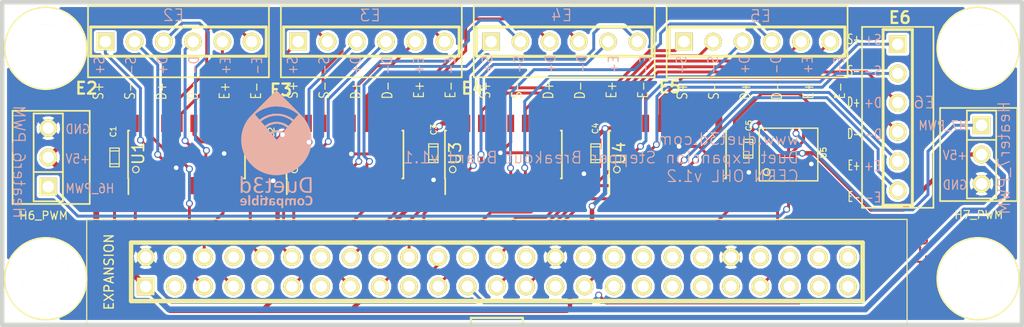
<source format=kicad_pcb>
(kicad_pcb (version 4) (host pcbnew 4.0.7)
  (title_block (title "Expansion Breakout") (date 2016-09-29) (rev 1.1) (company "Escher3D, Think3DPrint3D"))
  (layers (0 Front mixed) (31 Back power hide) (35 F.Paste user) (36 B.SilkS user) (37 F.SilkS user) (38 B.Mask user) (39 F.Mask user) (44 Edge.Cuts user))
  (net 0 "")
  (net 1 +3.3V)
  (net 2 +5V)
  (net 3 E2_DIR)
  (net 4 E2_EN)
  (net 5 E2_STEP)
  (net 6 E3_DIR)
  (net 7 E3_EN)
  (net 8 E3_STEP)
  (net 9 E4_DIR)
  (net 10 E4_EN)
  (net 11 E4_STEP)
  (net 12 E5_DIR)
  (net 13 E5_EN)
  (net 14 E5_STEP)
  (net 15 E6_DIR)
  (net 16 E6_EN)
  (net 17 E6_STEP)
  (net 18 GND)
  (net 19 E2_S_OUT_Y)
  (net 20 E2_D_OUT_Y)
  (net 21 E2_E_OUT_Y)
  (net 22 E3_S_OUT_Y)
  (net 23 E3_D_OUT_Y)
  (net 24 E3_E_OUT_Y)
  (net 25 E4_S_OUT_Y)
  (net 26 E4_D_OUT_Y)
  (net 27 E4_E_OUT_Y)
  (net 28 E5_S_OUT_Y)
  (net 29 E5_D_OUT_Y)
  (net 30 E5_E_OUT_Y)
  (net 31 E6_S_OUT_Y)
  (net 32 E6_D_OUT_Y)
  (net 33 E6_E_OUT_Y)
  (net 34 E2_S_OUT_Z)
  (net 35 E2_D_OUT_Z)
  (net 36 E2_E_OUT_Z)
  (net 37 E3_S_OUT_Z)
  (net 38 E3_D_OUT_Z)
  (net 39 E3_E_OUT_Z)
  (net 40 E4_S_OUT_Z)
  (net 41 E4_D_OUT_Z)
  (net 42 E4_E_OUT_Z)
  (net 43 E5_S_OUT_Z)
  (net 44 E5_D_OUT_Z)
  (net 45 E5_E_OUT_Z)
  (net 46 E6_S_OUT_Z)
  (net 47 E6_D_OUT_Z)
  (net 48 E6_E_OUT_Z)
  (net 49 HEATER6)
  (net 50 HEATER7)
  (net 51 "Net-(U5-Pad1)")
  (net 52 HEATER7_PWM)
  (net 53 HEATER6_PWM)
  (module complib:SOIC-16_3.9x9.9mm_Pitch1.27mm (layer Front) (at 93.75 117.19 90)
    (fp_text reference U3 (at 0.1 -4.19 90) (layer F.SilkS))
    (fp_text value 75ALS192 hide)
    (pad 1 smd rect (at -2.7 -4.445 90) (size 1.5 0.6) (layers Front F.Paste F.Mask) (net 10 E4_EN))
    (pad 2 smd rect (at -2.7 -3.175 90) (size 1.5 0.6) (layers Front F.Paste F.Mask) (net 27 E4_E_OUT_Y))
    (pad 3 smd rect (at -2.7 -1.905 90) (size 1.5 0.6) (layers Front F.Paste F.Mask) (net 42 E4_E_OUT_Z))
    (pad 4 smd rect (at -2.7 -0.635 90) (size 1.5 0.6) (layers Front F.Paste F.Mask) (net 18 GND))
    (pad 5 smd rect (at -2.7 0.635 90) (size 1.5 0.6) (layers Front F.Paste F.Mask) (net 44 E5_D_OUT_Z))
    (pad 6 smd rect (at -2.7 1.905 90) (size 1.5 0.6) (layers Front F.Paste F.Mask) (net 29 E5_D_OUT_Y))
    (pad 7 smd rect (at -2.7 3.175 90) (size 1.5 0.6) (layers Front F.Paste F.Mask) (net 12 E5_DIR))
    (pad 8 smd rect (at -2.7 4.445 90) (size 1.5 0.6) (layers Front F.Paste F.Mask) (net 18 GND))
    (pad 9 smd rect (at 2.7 4.445 90) (size 1.5 0.6) (layers Front F.Paste F.Mask) (net 13 E5_EN))
    (pad 10 smd rect (at 2.7 3.175 90) (size 1.5 0.6) (layers Front F.Paste F.Mask) (net 30 E5_E_OUT_Y))
    (pad 11 smd rect (at 2.7 1.905 90) (size 1.5 0.6) (layers Front F.Paste F.Mask) (net 45 E5_E_OUT_Z))
    (pad 12 smd rect (at 2.7 0.635 90) (size 1.5 0.6) (layers Front F.Paste F.Mask) (net 18 GND))
    (pad 13 smd rect (at 2.7 -0.635 90) (size 1.5 0.6) (layers Front F.Paste F.Mask) (net 43 E5_S_OUT_Z))
    (pad 14 smd rect (at 2.7 -1.905 90) (size 1.5 0.6) (layers Front F.Paste F.Mask) (net 28 E5_S_OUT_Y))
    (pad 15 smd rect (at 2.7 -3.175 90) (size 1.5 0.6) (layers Front F.Paste F.Mask) (net 14 E5_STEP))
    (pad 16 smd rect (at 2.7 -4.445 90) (size 1.5 0.6) (layers Front F.Paste F.Mask) (net 2 +5V))
  )
  (module complib:C_0603 (layer Front) (at 115 116.69 90)
    (fp_text reference C5 (at 2.01 0.06 90) (layer F.SilkS) (effects (font (size 0.5 0.5) (thickness 0.09))))
    (fp_text value 0u1 hide)
    (pad 1 smd rect (at 0.8001 0 90) (size 0.94996 1.00076) (layers Front F.Paste F.Mask) (net 2 +5V))
    (pad 2 smd rect (at -0.8001 0 90) (size 0.94996 1.00076) (layers Front F.Paste F.Mask) (net 18 GND))
  )
  (module complib:C_0603 (layer Front) (at 101.75 117.08 90)
    (fp_text reference C4 (at 2.155 -0.02 90) (layer F.SilkS) (effects (font (size 0.5 0.5) (thickness 0.09))))
    (fp_text value 0u1 hide)
    (pad 1 smd rect (at 0.8001 0 90) (size 0.94996 1.00076) (layers Front F.Paste F.Mask) (net 2 +5V))
    (pad 2 smd rect (at -0.8001 0 90) (size 0.94996 1.00076) (layers Front F.Paste F.Mask) (net 18 GND))
  )
  (module complib:C_0603 (layer Front) (at 87.67 117.08 90)
    (fp_text reference C3 (at 2.05 0.03 90) (layer F.SilkS) (effects (font (size 0.5 0.5) (thickness 0.09))))
    (fp_text value 0u1 hide)
    (pad 1 smd rect (at 0.8001 0 90) (size 0.94996 1.00076) (layers Front F.Paste F.Mask) (net 2 +5V))
    (pad 2 smd rect (at -0.8001 0 90) (size 0.94996 1.00076) (layers Front F.Paste F.Mask) (net 18 GND))
  )
  (module complib:C_0603 (layer Front) (at 73.75 117.44 90)
    (fp_text reference C2 (at 2.15 -0.14 90) (layer F.SilkS) (effects (font (size 0.5 0.5) (thickness 0.09))))
    (fp_text value 0u1 hide)
    (pad 1 smd rect (at 0.8001 0 90) (size 0.94996 1.00076) (layers Front F.Paste F.Mask) (net 2 +5V))
    (pad 2 smd rect (at -0.8001 0 90) (size 0.94996 1.00076) (layers Front F.Paste F.Mask) (net 18 GND))
  )
  (module complib:C_0603 (layer Front) (at 60 117.44 90)
    (fp_text reference C1 (at 2.23 -0.11 90) (layer F.SilkS) (effects (font (size 0.5 0.5) (thickness 0.09))))
    (fp_text value 0u1 hide)
    (pad 1 smd rect (at 0.8001 0 90) (size 0.94996 1.00076) (layers Front F.Paste F.Mask) (net 2 +5V))
    (pad 2 smd rect (at -0.8001 0 90) (size 0.94996 1.00076) (layers Front F.Paste F.Mask) (net 18 GND))
  )
  (module "FE Footprints:TSSOP-14" (layer Front) (at 118.5 117.19)
    (fp_text reference U5 (at 3.035 -0.1584 90) (layer F.SilkS) (effects (font (size 0.50038 0.50038) (thickness 0.09906))))
    (fp_text value 74HCT02 hide)
    (pad 4 smd rect (at 0 2.79908) (size 0.368 1.47066) (layers Front F.Paste F.Mask) (net 53 HEATER6_PWM))
    (pad 5 smd rect (at 0.65024 2.79908) (size 0.368 1.47066) (layers Front F.Paste F.Mask) (net 49 HEATER6))
    (pad 6 smd rect (at 1.30048 2.79908) (size 0.368 1.47066) (layers Front F.Paste F.Mask) (net 51 "Net-(U5-Pad1)"))
    (pad 7 smd rect (at 1.95072 2.79908) (size 0.368 1.47066) (layers Front F.Paste F.Mask) (net 18 GND))
    (pad 8 smd rect (at 1.95072 -2.79908) (size 0.368 1.47066) (layers Front F.Paste F.Mask) (net 50 HEATER7))
    (pad 1 smd rect (at -1.95072 2.79908) (size 0.368 1.47066) (layers Front F.Paste F.Mask) (net 51 "Net-(U5-Pad1)"))
    (pad 2 smd rect (at -1.30048 2.79908) (size 0.368 1.47066) (layers Front F.Paste F.Mask) (net 1 +3.3V))
    (pad 3 smd rect (at -0.65024 2.79908) (size 0.368 1.47066) (layers Front F.Paste F.Mask) (net 1 +3.3V))
    (pad 9 smd rect (at 1.30048 -2.79908) (size 0.368 1.47066) (layers Front F.Paste F.Mask) (net 51 "Net-(U5-Pad1)"))
    (pad 10 smd rect (at 0.65024 -2.79908) (size 0.368 1.47066) (layers Front F.Paste F.Mask) (net 52 HEATER7_PWM))
    (pad 11 smd rect (at 0 -2.79908) (size 0.368 1.47066) (layers Front F.Paste F.Mask) (net 51 "Net-(U5-Pad1)"))
    (pad 12 smd rect (at -0.65024 -2.79908) (size 0.368 1.47066) (layers Front F.Paste F.Mask) (net 51 "Net-(U5-Pad1)"))
    (pad 13 smd rect (at -1.30048 -2.79908) (size 0.368 1.47066) (layers Front F.Paste F.Mask))
    (pad 14 smd rect (at -1.95072 -2.79908) (size 0.368 1.47066) (layers Front F.Paste F.Mask) (net 2 +5V))
  )
  (module complib:PIN_ARRAY_3X1 (layer Front) (at 135.25 117.19 270)
    (fp_text reference P7 hide)
    (fp_text value H7_PWM (at 5.24 0.24 360) (layer F.SilkS) (effects (font (size 0.7 0.7) (thickness 0.1))))
    (pad 1 thru_hole rect (at -2.54 0 270) (size 1.524 1.524) (drill 1) (layers *.Cu *.Mask F.SilkS) (net 52 HEATER7_PWM))
    (pad 2 thru_hole circle (at 0 0 270) (size 1.524 1.524) (drill 1) (layers *.Cu *.Mask F.SilkS) (net 2 +5V))
    (pad 3 thru_hole circle (at 2.54 0 270) (size 1.524 1.524) (drill 1) (layers *.Cu *.Mask F.SilkS) (net 18 GND))
  )
  (module complib:PIN_ARRAY_3X1 (layer Front) (at 54.25 117.44 90)
    (fp_text reference P6 hide)
    (fp_text value H6_PWM (at -5.05 -0.41 180) (layer F.SilkS) (effects (font (size 0.7 0.7) (thickness 0.1))))
    (pad 1 thru_hole rect (at -2.54 0 90) (size 1.524 1.524) (drill 1) (layers *.Cu *.Mask F.SilkS) (net 53 HEATER6_PWM))
    (pad 2 thru_hole circle (at 0 0 90) (size 1.524 1.524) (drill 1) (layers *.Cu *.Mask F.SilkS) (net 2 +5V))
    (pad 3 thru_hole circle (at 2.54 0 90) (size 1.524 1.524) (drill 1) (layers *.Cu *.Mask F.SilkS) (net 18 GND))
  )
  (module complib:PIN_ARRAY_6x1 (layer Front) (at 127.975 113.965 270)
    (fp_text reference P5 hide)
    (fp_text value E6 (at -8.655 -0.185 540) (layer F.SilkS) (effects (font (size 1.016 1.016) (thickness 0.2032))))
    (pad 1 thru_hole rect (at -6.35 0 270) (size 1.524 1.524) (drill 1) (layers *.Cu *.Mask F.SilkS) (net 31 E6_S_OUT_Y))
    (pad 2 thru_hole circle (at -3.81 0 270) (size 1.524 1.524) (drill 1) (layers *.Cu *.Mask F.SilkS) (net 46 E6_S_OUT_Z))
    (pad 3 thru_hole circle (at -1.27 0 270) (size 1.524 1.524) (drill 1) (layers *.Cu *.Mask F.SilkS) (net 32 E6_D_OUT_Y))
    (pad 4 thru_hole circle (at 1.27 0 270) (size 1.524 1.524) (drill 1) (layers *.Cu *.Mask F.SilkS) (net 47 E6_D_OUT_Z))
    (pad 5 thru_hole circle (at 3.81 0 270) (size 1.524 1.524) (drill 1) (layers *.Cu *.Mask F.SilkS) (net 48 E6_E_OUT_Z))
    (pad 6 thru_hole circle (at 6.35 0 270) (size 1.524 1.524) (drill 1) (layers *.Cu *.Mask F.SilkS) (net 33 E6_E_OUT_Y))
  )
  (module complib:PIN_ARRAY_6x1 (layer Front) (at 115.77 107.39)
    (fp_text reference P4 hide)
    (fp_text value E5 (at -7.57 3.94 180) (layer F.SilkS) (effects (font (size 1.016 1.016) (thickness 0.2032))))
    (pad 1 thru_hole rect (at -6.35 0) (size 1.524 1.524) (drill 1) (layers *.Cu *.Mask F.SilkS) (net 28 E5_S_OUT_Y))
    (pad 2 thru_hole circle (at -3.81 0) (size 1.524 1.524) (drill 1) (layers *.Cu *.Mask F.SilkS) (net 43 E5_S_OUT_Z))
    (pad 3 thru_hole circle (at -1.27 0) (size 1.524 1.524) (drill 1) (layers *.Cu *.Mask F.SilkS) (net 29 E5_D_OUT_Y))
    (pad 4 thru_hole circle (at 1.27 0) (size 1.524 1.524) (drill 1) (layers *.Cu *.Mask F.SilkS) (net 44 E5_D_OUT_Z))
    (pad 5 thru_hole circle (at 3.81 0) (size 1.524 1.524) (drill 1) (layers *.Cu *.Mask F.SilkS) (net 45 E5_E_OUT_Z))
    (pad 6 thru_hole circle (at 6.35 0) (size 1.524 1.524) (drill 1) (layers *.Cu *.Mask F.SilkS) (net 30 E5_E_OUT_Y))
  )
  (module complib:PIN_ARRAY_6x1 (layer Front) (at 99.03 107.39)
    (fp_text reference P3 hide)
    (fp_text value E4 (at -7.97 4.05 180) (layer F.SilkS) (effects (font (size 1.016 1.016) (thickness 0.2032))))
    (pad 1 thru_hole rect (at -6.35 0) (size 1.524 1.524) (drill 1) (layers *.Cu *.Mask F.SilkS) (net 25 E4_S_OUT_Y))
    (pad 2 thru_hole circle (at -3.81 0) (size 1.524 1.524) (drill 1) (layers *.Cu *.Mask F.SilkS) (net 40 E4_S_OUT_Z))
    (pad 3 thru_hole circle (at -1.27 0) (size 1.524 1.524) (drill 1) (layers *.Cu *.Mask F.SilkS) (net 26 E4_D_OUT_Y))
    (pad 4 thru_hole circle (at 1.27 0) (size 1.524 1.524) (drill 1) (layers *.Cu *.Mask F.SilkS) (net 41 E4_D_OUT_Z))
    (pad 5 thru_hole circle (at 3.81 0) (size 1.524 1.524) (drill 1) (layers *.Cu *.Mask F.SilkS) (net 42 E4_E_OUT_Z))
    (pad 6 thru_hole circle (at 6.35 0) (size 1.524 1.524) (drill 1) (layers *.Cu *.Mask F.SilkS) (net 27 E4_E_OUT_Y))
  )
  (module complib:PIN_ARRAY_6x1 (layer Front) (at 82.29 107.39)
    (fp_text reference P2 hide)
    (fp_text value E3 (at -7.84 4.2 180) (layer F.SilkS) (effects (font (size 1.016 1.016) (thickness 0.2032))))
    (pad 1 thru_hole rect (at -6.35 0) (size 1.524 1.524) (drill 1) (layers *.Cu *.Mask F.SilkS) (net 22 E3_S_OUT_Y))
    (pad 2 thru_hole circle (at -3.81 0) (size 1.524 1.524) (drill 1) (layers *.Cu *.Mask F.SilkS) (net 37 E3_S_OUT_Z))
    (pad 3 thru_hole circle (at -1.27 0) (size 1.524 1.524) (drill 1) (layers *.Cu *.Mask F.SilkS) (net 23 E3_D_OUT_Y))
    (pad 4 thru_hole circle (at 1.27 0) (size 1.524 1.524) (drill 1) (layers *.Cu *.Mask F.SilkS) (net 38 E3_D_OUT_Z))
    (pad 5 thru_hole circle (at 3.81 0) (size 1.524 1.524) (drill 1) (layers *.Cu *.Mask F.SilkS) (net 39 E3_E_OUT_Z))
    (pad 6 thru_hole circle (at 6.35 0) (size 1.524 1.524) (drill 1) (layers *.Cu *.Mask F.SilkS) (net 24 E3_E_OUT_Y))
  )
  (module complib:PIN_ARRAY_6x1 (layer Front) (at 65.55 107.39)
    (fp_text reference P1 hide)
    (fp_text value E2 (at -7.98 4.05 180) (layer F.SilkS) (effects (font (size 1.016 1.016) (thickness 0.2032))))
    (pad 1 thru_hole rect (at -6.35 0) (size 1.524 1.524) (drill 1) (layers *.Cu *.Mask F.SilkS) (net 19 E2_S_OUT_Y))
    (pad 2 thru_hole circle (at -3.81 0) (size 1.524 1.524) (drill 1) (layers *.Cu *.Mask F.SilkS) (net 34 E2_S_OUT_Z))
    (pad 3 thru_hole circle (at -1.27 0) (size 1.524 1.524) (drill 1) (layers *.Cu *.Mask F.SilkS) (net 20 E2_D_OUT_Y))
    (pad 4 thru_hole circle (at 1.27 0) (size 1.524 1.524) (drill 1) (layers *.Cu *.Mask F.SilkS) (net 35 E2_D_OUT_Z))
    (pad 5 thru_hole circle (at 3.81 0) (size 1.524 1.524) (drill 1) (layers *.Cu *.Mask F.SilkS) (net 36 E2_E_OUT_Z))
    (pad 6 thru_hole circle (at 6.35 0) (size 1.524 1.524) (drill 1) (layers *.Cu *.Mask F.SilkS) (net 21 E2_E_OUT_Y))
  )
  (module complib:PIN_ARRAY_25X2 (layer Front) (at 93.1848 127.37)
    (fp_text reference J1 hide)
    (fp_text value EXPANSION (at -33.66488 0.01008 270) (layer F.SilkS) (effects (font (size 0.8001 0.8001) (thickness 0.12192))))
    (pad 1 thru_hole rect (at -30.48 1.27) (size 1.524 1.524) (drill 1) (layers *.Cu *.Mask F.SilkS) (net 2 +5V))
    (pad 2 thru_hole circle (at -30.48 -1.27) (size 1.524 1.524) (drill 1) (layers *.Cu *.Mask F.SilkS) (net 18 GND))
    (pad 11 thru_hole circle (at -17.78 1.27) (size 1.524 1.524) (drill 1) (layers *.Cu *.Mask F.SilkS) (net 6 E3_DIR))
    (pad 4 thru_hole circle (at -27.94 -1.27) (size 1.524 1.524) (drill 1) (layers *.Cu *.Mask F.SilkS))
    (pad 13 thru_hole circle (at -15.24 1.27) (size 1.524 1.524) (drill 1) (layers *.Cu *.Mask F.SilkS))
    (pad 6 thru_hole circle (at -25.4 -1.27) (size 1.524 1.524) (drill 1) (layers *.Cu *.Mask F.SilkS) (net 3 E2_DIR))
    (pad 15 thru_hole circle (at -12.7 1.27) (size 1.524 1.524) (drill 1) (layers *.Cu *.Mask F.SilkS) (net 11 E4_STEP))
    (pad 8 thru_hole circle (at -22.86 -1.27) (size 1.524 1.524) (drill 1) (layers *.Cu *.Mask F.SilkS))
    (pad 17 thru_hole circle (at -10.16 1.27) (size 1.524 1.524) (drill 1) (layers *.Cu *.Mask F.SilkS) (net 10 E4_EN))
    (pad 10 thru_hole circle (at -20.32 -1.27) (size 1.524 1.524) (drill 1) (layers *.Cu *.Mask F.SilkS) (net 8 E3_STEP))
    (pad 19 thru_hole circle (at -7.62 1.27) (size 1.524 1.524) (drill 1) (layers *.Cu *.Mask F.SilkS))
    (pad 12 thru_hole circle (at -17.78 -1.27) (size 1.524 1.524) (drill 1) (layers *.Cu *.Mask F.SilkS) (net 7 E3_EN))
    (pad 21 thru_hole circle (at -5.08 1.27) (size 1.524 1.524) (drill 1) (layers *.Cu *.Mask F.SilkS) (net 12 E5_DIR))
    (pad 14 thru_hole circle (at -15.24 -1.27) (size 1.524 1.524) (drill 1) (layers *.Cu *.Mask F.SilkS))
    (pad 23 thru_hole circle (at -2.54 1.27) (size 1.524 1.524) (drill 1) (layers *.Cu *.Mask F.SilkS) (net 49 HEATER6))
    (pad 16 thru_hole circle (at -12.7 -1.27) (size 1.524 1.524) (drill 1) (layers *.Cu *.Mask F.SilkS) (net 9 E4_DIR))
    (pad 25 thru_hole circle (at 0 1.27) (size 1.524 1.524) (drill 1) (layers *.Cu *.Mask F.SilkS) (net 17 E6_STEP))
    (pad 18 thru_hole circle (at -10.16 -1.27) (size 1.524 1.524) (drill 1) (layers *.Cu *.Mask F.SilkS))
    (pad 27 thru_hole circle (at 2.54 1.27) (size 1.524 1.524) (drill 1) (layers *.Cu *.Mask F.SilkS) (net 16 E6_EN))
    (pad 20 thru_hole circle (at -7.62 -1.27) (size 1.524 1.524) (drill 1) (layers *.Cu *.Mask F.SilkS) (net 14 E5_STEP))
    (pad 29 thru_hole circle (at 5.08 1.27) (size 1.524 1.524) (drill 1) (layers *.Cu *.Mask F.SilkS))
    (pad 22 thru_hole circle (at -5.08 -1.27) (size 1.524 1.524) (drill 1) (layers *.Cu *.Mask F.SilkS) (net 13 E5_EN))
    (pad 31 thru_hole circle (at 7.62 1.27) (size 1.524 1.524) (drill 1) (layers *.Cu *.Mask F.SilkS) (net 50 HEATER7))
    (pad 24 thru_hole circle (at -2.54 -1.27) (size 1.524 1.524) (drill 1) (layers *.Cu *.Mask F.SilkS))
    (pad 26 thru_hole circle (at 0 -1.27) (size 1.524 1.524) (drill 1) (layers *.Cu *.Mask F.SilkS) (net 15 E6_DIR))
    (pad 33 thru_hole circle (at 10.16 1.27) (size 1.524 1.524) (drill 1) (layers *.Cu *.Mask F.SilkS))
    (pad 28 thru_hole circle (at 2.54 -1.27) (size 1.524 1.524) (drill 1) (layers *.Cu *.Mask F.SilkS))
    (pad 32 thru_hole circle (at 7.62 -1.27) (size 1.524 1.524) (drill 1) (layers *.Cu *.Mask F.SilkS))
    (pad 34 thru_hole circle (at 10.16 -1.27) (size 1.524 1.524) (drill 1) (layers *.Cu *.Mask F.SilkS))
    (pad 36 thru_hole circle (at 12.7 -1.27) (size 1.524 1.524) (drill 1) (layers *.Cu *.Mask F.SilkS))
    (pad 38 thru_hole circle (at 15.24 -1.27) (size 1.524 1.524) (drill 1) (layers *.Cu *.Mask F.SilkS))
    (pad 35 thru_hole circle (at 12.7 1.27) (size 1.524 1.524) (drill 1) (layers *.Cu *.Mask F.SilkS))
    (pad 37 thru_hole circle (at 15.24 1.27) (size 1.524 1.524) (drill 1) (layers *.Cu *.Mask F.SilkS))
    (pad 3 thru_hole circle (at -27.94 1.27) (size 1.524 1.524) (drill 1) (layers *.Cu *.Mask F.SilkS) (net 1 +3.3V))
    (pad 5 thru_hole circle (at -25.4 1.27) (size 1.524 1.524) (drill 1) (layers *.Cu *.Mask F.SilkS) (net 5 E2_STEP))
    (pad 7 thru_hole circle (at -22.86 1.27) (size 1.524 1.524) (drill 1) (layers *.Cu *.Mask F.SilkS) (net 4 E2_EN))
    (pad 9 thru_hole circle (at -20.32 1.27) (size 1.524 1.524) (drill 1) (layers *.Cu *.Mask F.SilkS))
    (pad 39 thru_hole circle (at 17.78 1.27) (size 1.524 1.524) (drill 1) (layers *.Cu *.Mask F.SilkS))
    (pad 40 thru_hole circle (at 17.78 -1.27) (size 1.524 1.524) (drill 1) (layers *.Cu *.Mask F.SilkS))
    (pad 30 thru_hole circle (at 5.08 -1.27) (size 1.524 1.524) (drill 1) (layers *.Cu *.Mask F.SilkS) (net 18 GND))
    (pad 41 thru_hole circle (at 20.32 1.27) (size 1.524 1.524) (drill 1) (layers *.Cu *.Mask F.SilkS))
    (pad 42 thru_hole circle (at 20.32 -1.27) (size 1.524 1.524) (drill 1) (layers *.Cu *.Mask F.SilkS) (net 18 GND))
    (pad 43 thru_hole circle (at 22.86 1.27) (size 1.524 1.524) (drill 1) (layers *.Cu *.Mask F.SilkS) (net 1 +3.3V))
    (pad 44 thru_hole circle (at 22.86 -1.27) (size 1.524 1.524) (drill 1) (layers *.Cu *.Mask F.SilkS))
    (pad 45 thru_hole circle (at 25.4 1.27) (size 1.524 1.524) (drill 1) (layers *.Cu *.Mask F.SilkS))
    (pad 46 thru_hole circle (at 25.4 -1.27) (size 1.524 1.524) (drill 1) (layers *.Cu *.Mask F.SilkS))
    (pad 47 thru_hole circle (at 27.94 1.27) (size 1.524 1.524) (drill 1) (layers *.Cu *.Mask F.SilkS))
    (pad 48 thru_hole circle (at 27.94 -1.27) (size 1.524 1.524) (drill 1) (layers *.Cu *.Mask F.SilkS))
    (pad 49 thru_hole circle (at 30.48 1.27) (size 1.524 1.524) (drill 1) (layers *.Cu *.Mask F.SilkS))
    (pad 50 thru_hole circle (at 30.48 -1.27) (size 1.524 1.524) (drill 1) (layers *.Cu *.Mask F.SilkS))
  )
  (module complib:Fixing_M4 (layer Front) (at 54.03352 127.97 90)
    (fp_text reference M7 hide)
    (fp_text value MOUNTING hide)
    (pad "" np_thru_hole circle (at 0 0 90) (size 4.20116 4.20116) (drill 4.20116) (layers *.Cu *.Mask F.SilkS) (clearance 1.46))
  )
  (module complib:Fixing_M4 (layer Front) (at 54.03352 107.97 90)
    (fp_text reference M6 hide)
    (fp_text value MOUNTING hide)
    (pad "" np_thru_hole circle (at 0 0 90) (size 4.20116 4.20116) (drill 4.20116) (layers *.Cu *.Mask F.SilkS) (clearance 1.46))
  )
  (module complib:Fixing_M4 (layer Front) (at 134.95 127.97 90)
    (fp_text reference M5 hide)
    (fp_text value MOUNTING hide)
    (pad "" np_thru_hole circle (at 0 0 90) (size 4.20116 4.20116) (drill 4.20116) (layers *.Cu *.Mask F.SilkS) (clearance 1.46))
  )
  (module complib:Fixing_M4 (layer Front) (at 134.95 107.97 90)
    (fp_text reference M4 hide)
    (fp_text value MOUNTING hide)
    (pad "" np_thru_hole circle (at 0 0 90) (size 4.20116 4.20116) (drill 4.20116) (layers *.Cu *.Mask F.SilkS) (clearance 1.46))
  )
  (module complib:SOIC-16_3.9x9.9mm_Pitch1.27mm (layer Front) (at 108 117.19 90)
    (fp_text reference U4 (at 0.1 -4.19 90) (layer F.SilkS))
    (fp_text value 75ALS192 hide)
    (pad 1 smd rect (at -2.7 -4.445 90) (size 1.5 0.6) (layers Front F.Paste F.Mask) (net 17 E6_STEP))
    (pad 2 smd rect (at -2.7 -3.175 90) (size 1.5 0.6) (layers Front F.Paste F.Mask) (net 31 E6_S_OUT_Y))
    (pad 3 smd rect (at -2.7 -1.905 90) (size 1.5 0.6) (layers Front F.Paste F.Mask) (net 46 E6_S_OUT_Z))
    (pad 4 smd rect (at -2.7 -0.635 90) (size 1.5 0.6) (layers Front F.Paste F.Mask) (net 18 GND))
    (pad 5 smd rect (at -2.7 0.635 90) (size 1.5 0.6) (layers Front F.Paste F.Mask) (net 48 E6_E_OUT_Z))
    (pad 6 smd rect (at -2.7 1.905 90) (size 1.5 0.6) (layers Front F.Paste F.Mask) (net 33 E6_E_OUT_Y))
    (pad 7 smd rect (at -2.7 3.175 90) (size 1.5 0.6) (layers Front F.Paste F.Mask) (net 16 E6_EN))
    (pad 8 smd rect (at -2.7 4.445 90) (size 1.5 0.6) (layers Front F.Paste F.Mask) (net 18 GND))
    (pad 9 smd rect (at 2.7 4.445 90) (size 1.5 0.6) (layers Front F.Paste F.Mask) (net 18 GND))
    (pad 10 smd rect (at 2.7 3.175 90) (size 1.5 0.6) (layers Front F.Paste F.Mask))
    (pad 11 smd rect (at 2.7 1.905 90) (size 1.5 0.6) (layers Front F.Paste F.Mask))
    (pad 12 smd rect (at 2.7 0.635 90) (size 1.5 0.6) (layers Front F.Paste F.Mask) (net 18 GND))
    (pad 13 smd rect (at 2.7 -0.635 90) (size 1.5 0.6) (layers Front F.Paste F.Mask) (net 47 E6_D_OUT_Z))
    (pad 14 smd rect (at 2.7 -1.905 90) (size 1.5 0.6) (layers Front F.Paste F.Mask) (net 32 E6_D_OUT_Y))
    (pad 15 smd rect (at 2.7 -3.175 90) (size 1.5 0.6) (layers Front F.Paste F.Mask) (net 15 E6_DIR))
    (pad 16 smd rect (at 2.7 -4.445 90) (size 1.5 0.6) (layers Front F.Paste F.Mask) (net 2 +5V))
  )
  (module complib:SOIC-16_3.9x9.9mm_Pitch1.27mm (layer Front) (at 66.25 117.19 90)
    (fp_text reference U1 (at 0.1 -4.19 90) (layer F.SilkS))
    (fp_text value 75ALS192 hide)
    (pad 1 smd rect (at -2.7 -4.445 90) (size 1.5 0.6) (layers Front F.Paste F.Mask) (net 5 E2_STEP))
    (pad 2 smd rect (at -2.7 -3.175 90) (size 1.5 0.6) (layers Front F.Paste F.Mask) (net 19 E2_S_OUT_Y))
    (pad 3 smd rect (at -2.7 -1.905 90) (size 1.5 0.6) (layers Front F.Paste F.Mask) (net 34 E2_S_OUT_Z))
    (pad 4 smd rect (at -2.7 -0.635 90) (size 1.5 0.6) (layers Front F.Paste F.Mask) (net 18 GND))
    (pad 5 smd rect (at -2.7 0.635 90) (size 1.5 0.6) (layers Front F.Paste F.Mask) (net 35 E2_D_OUT_Z))
    (pad 6 smd rect (at -2.7 1.905 90) (size 1.5 0.6) (layers Front F.Paste F.Mask) (net 20 E2_D_OUT_Y))
    (pad 7 smd rect (at -2.7 3.175 90) (size 1.5 0.6) (layers Front F.Paste F.Mask) (net 3 E2_DIR))
    (pad 8 smd rect (at -2.7 4.445 90) (size 1.5 0.6) (layers Front F.Paste F.Mask) (net 18 GND))
    (pad 9 smd rect (at 2.7 4.445 90) (size 1.5 0.6) (layers Front F.Paste F.Mask) (net 8 E3_STEP))
    (pad 10 smd rect (at 2.7 3.175 90) (size 1.5 0.6) (layers Front F.Paste F.Mask) (net 22 E3_S_OUT_Y))
    (pad 11 smd rect (at 2.7 1.905 90) (size 1.5 0.6) (layers Front F.Paste F.Mask) (net 37 E3_S_OUT_Z))
    (pad 12 smd rect (at 2.7 0.635 90) (size 1.5 0.6) (layers Front F.Paste F.Mask) (net 18 GND))
    (pad 13 smd rect (at 2.7 -0.635 90) (size 1.5 0.6) (layers Front F.Paste F.Mask) (net 36 E2_E_OUT_Z))
    (pad 14 smd rect (at 2.7 -1.905 90) (size 1.5 0.6) (layers Front F.Paste F.Mask) (net 21 E2_E_OUT_Y))
    (pad 15 smd rect (at 2.7 -3.175 90) (size 1.5 0.6) (layers Front F.Paste F.Mask) (net 4 E2_EN))
    (pad 16 smd rect (at 2.7 -4.445 90) (size 1.5 0.6) (layers Front F.Paste F.Mask) (net 2 +5V))
  )
  (module complib:SOIC-16_3.9x9.9mm_Pitch1.27mm (layer Front) (at 80 117.19 90)
    (fp_text reference U2 (at 0.1 -4.19 90) (layer F.SilkS))
    (fp_text value 75ALS192 hide)
    (pad 1 smd rect (at -2.7 -4.445 90) (size 1.5 0.6) (layers Front F.Paste F.Mask) (net 6 E3_DIR))
    (pad 2 smd rect (at -2.7 -3.175 90) (size 1.5 0.6) (layers Front F.Paste F.Mask) (net 23 E3_D_OUT_Y))
    (pad 3 smd rect (at -2.7 -1.905 90) (size 1.5 0.6) (layers Front F.Paste F.Mask) (net 38 E3_D_OUT_Z))
    (pad 4 smd rect (at -2.7 -0.635 90) (size 1.5 0.6) (layers Front F.Paste F.Mask) (net 18 GND))
    (pad 5 smd rect (at -2.7 0.635 90) (size 1.5 0.6) (layers Front F.Paste F.Mask) (net 40 E4_S_OUT_Z))
    (pad 6 smd rect (at -2.7 1.905 90) (size 1.5 0.6) (layers Front F.Paste F.Mask) (net 25 E4_S_OUT_Y))
    (pad 7 smd rect (at -2.7 3.175 90) (size 1.5 0.6) (layers Front F.Paste F.Mask) (net 11 E4_STEP))
    (pad 8 smd rect (at -2.7 4.445 90) (size 1.5 0.6) (layers Front F.Paste F.Mask) (net 18 GND))
    (pad 9 smd rect (at 2.7 4.445 90) (size 1.5 0.6) (layers Front F.Paste F.Mask) (net 9 E4_DIR))
    (pad 10 smd rect (at 2.7 3.175 90) (size 1.5 0.6) (layers Front F.Paste F.Mask) (net 26 E4_D_OUT_Y))
    (pad 11 smd rect (at 2.7 1.905 90) (size 1.5 0.6) (layers Front F.Paste F.Mask) (net 41 E4_D_OUT_Z))
    (pad 12 smd rect (at 2.7 0.635 90) (size 1.5 0.6) (layers Front F.Paste F.Mask) (net 18 GND))
    (pad 13 smd rect (at 2.7 -0.635 90) (size 1.5 0.6) (layers Front F.Paste F.Mask) (net 39 E3_E_OUT_Z))
    (pad 14 smd rect (at 2.7 -1.905 90) (size 1.5 0.6) (layers Front F.Paste F.Mask) (net 24 E3_E_OUT_Y))
    (pad 15 smd rect (at 2.7 -3.175 90) (size 1.5 0.6) (layers Front F.Paste F.Mask) (net 7 E3_EN))
    (pad 16 smd rect (at 2.7 -4.445 90) (size 1.5 0.6) (layers Front F.Paste F.Mask) (net 2 +5V))
  )
  (module complib:LOGO_Duet3dCompatible (layer Back) (at 74.04 116.68 180)
    (fp_text reference G*** hide)
    (fp_text value LOGO hide)
  )
  (gr_text Duet3d.com (at 130.1 127.01 90) (layer Front) (effects (font (size 0.9 0.9) (thickness 0.16))))
  (gr_text "S+\n\nS-\n\nD+\n\nD-\n\nE+\n\nE-\n" (at 124.97 114.07) (layer B.SilkS) (effects (font (size 0.85 0.7) (thickness 0.1)) (justify right mirror)))
  (gr_text "S+\n\nS-\n\nD+\n\nD-\n\nE+\n\nE-\n" (at 116.05 110.25 90) (layer B.SilkS) (effects (font (size 0.85 0.7) (thickness 0.1)) (justify right mirror)))
  (gr_text "S+\n\nS-\n\nD+\n\nD-\n\nE+\n\nE-\n" (at 99.21 110.19 90) (layer B.SilkS) (effects (font (size 0.85 0.7) (thickness 0.1)) (justify right mirror)))
  (gr_text "S+\n\nS-\n\nD+\n\nD-\n\nE+\n\nE-\n" (at 82.3 110.3 90) (layer B.SilkS) (effects (font (size 0.85 0.7) (thickness 0.1)) (justify right mirror)))
  (gr_text "S+\n\nS-\n\nD+\n\nD-\n\nE+\n\nE-\n" (at 65.53 110.3 90) (layer B.SilkS) (effects (font (size 0.85 0.7) (thickness 0.1)) (justify right mirror)))
  (gr_text "GND\n\n+5V\n\nH6_PWM" (at 55.68 117.57) (layer B.SilkS) (effects (font (size 0.8 0.7) (thickness 0.1)) (justify right mirror)))
  (gr_text "H7_PWM\n\n+5V\n\nGND" (at 134.08 117.26) (layer B.SilkS) (effects (font (size 0.8 0.7) (thickness 0.1)) (justify left mirror)))
  (gr_text Heater6_PWM (at 51.7 117.84 270) (layer B.SilkS) (effects (font (size 1 1) (thickness 0.1)) (justify mirror)))
  (gr_text Heater7_PWM (at 137.21 117.49 90) (layer B.SilkS) (effects (font (size 1 1) (thickness 0.1)) (justify mirror)))
  (gr_text E6 (at 130.26 112.68) (layer B.SilkS) (effects (font (size 1 1) (thickness 0.1)) (justify mirror)))
  (gr_text E5 (at 116.06 105.17) (layer B.SilkS) (effects (font (size 1 1) (thickness 0.1)) (justify mirror)))
  (gr_text E4 (at 98.8 105.11) (layer B.SilkS) (effects (font (size 1 1) (thickness 0.1)) (justify mirror)))
  (gr_text E3 (at 82.18 105.12) (layer B.SilkS) (effects (font (size 1 1) (thickness 0.1)) (justify mirror)))
  (gr_text E2 (at 65.11 105.1) (layer B.SilkS) (effects (font (size 1 1) (thickness 0.1)) (justify mirror)))
  (gr_text "S+\n\nS-\n\nD+\n\nD-\n\nE+\n\nE-\n" (at 99.02 110.76 90) (layer F.SilkS) (effects (font (size 0.85 0.7) (thickness 0.1)) (justify right)))
  (gr_text "www.duet3d.com\nDuet Expansion Stepper Breakout Board v1.1\nCERN OHL v1.2" (at 119.47 117.46) (layer B.SilkS) (effects (font (size 1 1) (thickness 0.1)) (justify left mirror)))
  (gr_text "S+\n\nS-\n\nD+\n\nD-\n\nE+\n\nE-\n" (at 124.78 114.03) (layer F.SilkS) (effects (font (size 0.85 0.5) (thickness 0.1)) (justify right)))
  (gr_text "S+\n\nS-\n\nD+\n\nD-\n\nE+\n\nE-\n" (at 116.12 110.84 90) (layer F.SilkS) (effects (font (size 0.85 0.7) (thickness 0.1)) (justify right)))
  (gr_text "S+\n\nS-\n\nD+\n\nD-\n\nE+\n\nE-\n" (at 82.31 110.76 90) (layer F.SilkS) (effects (font (size 0.85 0.7) (thickness 0.1)) (justify right)))
  (gr_text "S+\n\nS-\n\nD+\n\nD-\n\nE+\n\nE-\n" (at 65.44 110.84 90) (layer F.SilkS) (effects (font (size 0.85 0.7) (thickness 0.1)) (justify right)))
  (gr_line (start 138.75 131.97) (end 50.25 131.97) (angle 90) (layer Edge.Cuts) (width 0.381))
  (gr_line (start 138.75 103.99) (end 138.75 131.99) (angle 90) (layer Edge.Cuts) (width 0.381))
  (gr_line (start 50.25 103.97) (end 138.75 103.97) (angle 90) (layer Edge.Cuts) (width 0.381))
  (gr_line (start 50.25 131.97) (end 50.25 103.97) (angle 90) (layer Edge.Cuts) (width 0.381))
  (segment (start -87.27186 1.13538) (end -87.27186 1.13284) (width 0.381) (layer Back) (net 0))
  (segment (start 117.55 120.02) (end 117.81884 120.02) (width 0.254) (layer Front) (net 1))
  (segment (start 117.81884 120.02) (end 117.84976 119.98908) (width 0.254) (layer Front) (net 1))
  (segment (start 117.55 123.815) (end 117.55 120.02) (width 0.254) (layer Front) (net 1))
  (segment (start 117.55 123.815) (end 117.225 124.14) (width 0.254) (layer Front) (net 1))
  (segment (start 117.225 124.14) (end 117.225 127.4598) (width 0.254) (layer Front) (net 1))
  (segment (start 116.0448 128.64) (end 117.225 127.4598) (width 0.254) (layer Front) (net 1))
  (segment (start 117.51908 119.98908) (end 117.19952 119.98908) (width 0.254) (layer Front) (net 1))
  (segment (start 117.55 120.02) (end 117.51908 119.98908) (width 0.254) (layer Front) (net 1))
  (segment (start 101.75 116.2799) (end 101.75 115.7649) (width 0.381) (layer Front) (net 2))
  (segment (start 101.75 115.7649) (end 102.57495 114.93995) (width 0.381) (layer Front) (net 2))
  (segment (start 115.65 114.74) (end 115.99908 114.39092) (width 0.381) (layer Front) (net 2))
  (segment (start 115.99908 114.39092) (end 116.54928 114.39092) (width 0.381) (layer Front) (net 2))
  (segment (start 115.65 114.74) (end 115 115.39) (width 0.381) (layer Front) (net 2))
  (segment (start 115 115.39) (end 115 115.8899) (width 0.381) (layer Front) (net 2))
  (segment (start 135.25 117.19) (end 133.24 117.19) (width 0.381) (layer Front) (net 2))
  (via (at 115.65 114.74) (size 0.59944) (drill 0.39878) (layers Front Back) (net 2))
  (segment (start 117.99 117.08) (end 115.65 114.74) (width 0.381) (layer Back) (net 2))
  (segment (start 119.69 117.08) (end 117.99 117.08) (width 0.381) (layer Back) (net 2))
  (via (at 119.69 117.08) (size 0.59944) (drill 0.39878) (layers Front Back) (net 2))
  (segment (start 120.77 117.08) (end 119.69 117.08) (width 0.381) (layer Front) (net 2))
  (segment (start 125.65 121.96) (end 120.77 117.08) (width 0.381) (layer Front) (net 2))
  (segment (start 128.47 121.96) (end 125.65 121.96) (width 0.381) (layer Front) (net 2))
  (segment (start 133.24 117.19) (end 128.47 121.96) (width 0.381) (layer Front) (net 2))
  (segment (start 102.57495 114.93995) (end 103.10505 114.93995) (width 0.381) (layer Front) (net 2))
  (segment (start 103.10505 114.93995) (end 103.555 114.49) (width 0.381) (layer Front) (net 2))
  (segment (start 101.44 122.51) (end 101.44 121.69) (width 0.381) (layer Front) (net 2))
  (segment (start 99.53 130.482502) (end 99.53 125.41) (width 0.381) (layer Front) (net 2))
  (segment (start 99.53 125.41) (end 101.44 123.5) (width 0.381) (layer Front) (net 2))
  (segment (start 101.44 123.5) (end 101.44 122.51) (width 0.381) (layer Front) (net 2))
  (segment (start 80.47 130.76) (end 99.252502 130.76) (width 0.381) (layer Front) (net 2))
  (segment (start 99.252502 130.76) (end 99.43 130.582502) (width 0.381) (layer Front) (net 2))
  (segment (start 99.43 130.582502) (end 99.53 130.482502) (width 0.381) (layer Front) (net 2))
  (segment (start 102.57495 120.55505) (end 102.57495 114.93995) (width 0.381) (layer Back) (net 2))
  (segment (start 101.45 121.68) (end 102.57495 120.55505) (width 0.381) (layer Back) (net 2))
  (via (at 101.45 121.68) (size 0.59944) (drill 0.39878) (layers Front Back) (net 2))
  (segment (start 101.44 121.69) (end 101.45 121.68) (width 0.381) (layer Front) (net 2))
  (segment (start 87.67 116.2799) (end 87.67 115.25) (width 0.381) (layer Front) (net 2))
  (segment (start 87.67 115.25) (end 88.19 114.73) (width 0.381) (layer Front) (net 2))
  (via (at 88.19 114.73) (size 0.59944) (drill 0.39878) (layers Front Back) (net 2))
  (segment (start 88.19 114.73) (end 88.43 114.49) (width 0.381) (layer Front) (net 2))
  (segment (start 88.43 114.49) (end 89.305 114.49) (width 0.381) (layer Front) (net 2))
  (segment (start 72.73 130.76) (end 80.47 130.76) (width 0.381) (layer Front) (net 2))
  (segment (start 86.32 117.6299) (end 87.67 116.2799) (width 0.381) (layer Front) (net 2))
  (segment (start 86.32 121.026858) (end 86.32 117.6299) (width 0.381) (layer Front) (net 2))
  (segment (start 81.75 125.596858) (end 86.32 121.026858) (width 0.381) (layer Front) (net 2))
  (segment (start 81.75 129.48) (end 81.75 125.596858) (width 0.381) (layer Front) (net 2))
  (segment (start 80.47 130.76) (end 81.75 129.48) (width 0.381) (layer Front) (net 2))
  (segment (start 54.25 117.44) (end 55.0501 116.6399) (width 0.381) (layer Front) (net 2))
  (segment (start 55.0501 116.6399) (end 60 116.6399) (width 0.381) (layer Front) (net 2))
  (segment (start 60 116.6399) (end 61.805 114.8349) (width 0.381) (layer Front) (net 2))
  (segment (start 61.805 114.8349) (end 61.805 114.49) (width 0.381) (layer Front) (net 2))
  (segment (start 74.5775 115.4675) (end 75.555 114.49) (width 0.381) (layer Front) (net 2))
  (segment (start 73.75 116.6399) (end 73.75 116.295) (width 0.381) (layer Front) (net 2))
  (segment (start 73.75 116.295) (end 74.5775 115.4675) (width 0.381) (layer Front) (net 2))
  (segment (start 74.15 121.13) (end 72.66 119.64) (width 0.381) (layer Front) (net 2))
  (segment (start 64.8248 130.76) (end 72.73 130.76) (width 0.381) (layer Front) (net 2))
  (segment (start 72.73 130.76) (end 72.77 130.76) (width 0.381) (layer Front) (net 2))
  (segment (start 72.77 130.76) (end 74.15 129.38) (width 0.381) (layer Front) (net 2))
  (segment (start 74.15 129.38) (end 74.15 121.13) (width 0.381) (layer Front) (net 2))
  (segment (start 62.7048 128.64) (end 64.8248 130.76) (width 0.381) (layer Front) (net 2))
  (segment (start 72.66 117.7299) (end 73.75 116.6399) (width 0.381) (layer Front) (net 2))
  (segment (start 72.66 119.64) (end 72.66 117.7299) (width 0.381) (layer Front) (net 2))
  (segment (start 62.7048 128.64) (end 58.41 124.3452) (width 0.508) (layer Front) (net 2))
  (segment (start 58.41 121.6) (end 54.25 117.44) (width 0.508) (layer Front) (net 2))
  (segment (start 58.41 124.3452) (end 58.41 121.6) (width 0.508) (layer Front) (net 2))
  (segment (start 88.19 114.73) (end 88.43 114.49) (width 0.254) (layer Front) (net 2))
  (segment (start 88.43 114.49) (end 89.305 114.49) (width 0.254) (layer Front) (net 2))
  (segment (start 87.67 115.25) (end 88.19 114.73) (width 0.254) (layer Front) (net 2))
  (segment (start 103.10505 114.93995) (end 103.555 114.49) (width 0.254) (layer Front) (net 2))
  (segment (start 116.54928 114.39092) (end 115.99908 114.39092) (width 0.254) (layer Front) (net 2))
  (segment (start 62.7048 128.64) (end 64.6948 130.63) (width 0.508) (layer Back) (net 2))
  (segment (start 137.11 119.05) (end 135.25 117.19) (width 0.508) (layer Back) (net 2))
  (segment (start 137.11 120.63) (end 137.11 119.05) (width 0.508) (layer Back) (net 2))
  (segment (start 135.69 122.05) (end 137.11 120.63) (width 0.508) (layer Back) (net 2))
  (segment (start 133.75 122.05) (end 135.69 122.05) (width 0.508) (layer Back) (net 2))
  (segment (start 125.17 130.63) (end 133.75 122.05) (width 0.508) (layer Back) (net 2))
  (segment (start 64.6948 130.63) (end 125.17 130.63) (width 0.508) (layer Back) (net 2))
  (segment (start 115 115.39) (end 115 115.8899) (width 0.254) (layer Front) (net 2))
  (via (at 102.57495 114.93995) (size 0.59944) (drill 0.39878) (layers Front Back) (net 2))
  (segment (start 102.57495 114.93995) (end 102.575 114.94) (width 0.254) (layer Back) (net 2))
  (via (at 74.5775 115.4675) (size 0.59944) (drill 0.39878) (layers Front Back) (net 2))
  (segment (start 74.5775 115.4675) (end 74.575 115.465) (width 0.254) (layer Back) (net 2))
  (segment (start 73.75 116.295) (end 74.5775 115.4675) (width 0.254) (layer Front) (net 2))
  (segment (start 60 116.6399) (end 55.0501 116.6399) (width 0.254) (layer Front) (net 2))
  (segment (start 61.805 114.49) (end 61.805 114.8349) (width 0.254) (layer Front) (net 2))
  (segment (start 61.805 114.8349) (end 60 116.6399) (width 0.254) (layer Front) (net 2))
  (segment (start 67.7848 126.1) (end 67.7848 123.9052) (width 0.254) (layer Front) (net 3))
  (segment (start 69.425 122.265) (end 69.425 119.89) (width 0.254) (layer Front) (net 3))
  (segment (start 67.7848 123.9052) (end 69.425 122.265) (width 0.254) (layer Front) (net 3))
  (segment (start 70.3248 128.64) (end 69.1248 127.44) (width 0.254) (layer Front) (net 4))
  (segment (start 63.075 115.515) (end 63.075 114.49) (width 0.254) (layer Front) (net 4))
  (segment (start 64.25 116.69) (end 63.075 115.515) (width 0.254) (layer Front) (net 4))
  (segment (start 64.75 116.69) (end 64.25 116.69) (width 0.254) (layer Front) (net 4))
  (segment (start 66.5 118.44) (end 64.75 116.69) (width 0.254) (layer Front) (net 4))
  (via (at 66.5 118.44) (size 0.59944) (drill 0.39878) (layers Front Back) (net 4))
  (segment (start 66.5 121.44) (end 66.5 118.44) (width 0.254) (layer Back) (net 4))
  (via (at 66.5 121.44) (size 0.59944) (drill 0.39878) (layers Front Back) (net 4))
  (segment (start 66.5 126.69) (end 66.5 121.44) (width 0.254) (layer Front) (net 4))
  (segment (start 67.25 127.44) (end 66.5 126.69) (width 0.254) (layer Front) (net 4))
  (segment (start 69.1248 127.44) (end 67.25 127.44) (width 0.254) (layer Front) (net 4))
  (segment (start 61.805 119.89) (end 61.805 122.995) (width 0.254) (layer Front) (net 5))
  (segment (start 66.5848 127.44) (end 67.7848 128.64) (width 0.254) (layer Front) (net 5))
  (segment (start 64.5 127.44) (end 66.5848 127.44) (width 0.254) (layer Front) (net 5))
  (segment (start 64 126.94) (end 64.5 127.44) (width 0.254) (layer Front) (net 5))
  (segment (start 64 125.19) (end 64 126.94) (width 0.254) (layer Front) (net 5))
  (segment (start 61.805 122.995) (end 64 125.19) (width 0.254) (layer Front) (net 5))
  (segment (start 75.555 119.89) (end 75.555 123.82) (width 0.254) (layer Front) (net 6))
  (segment (start 76.675 127.3698) (end 75.4048 128.64) (width 0.254) (layer Front) (net 6))
  (segment (start 76.675 124.94) (end 76.675 127.3698) (width 0.254) (layer Front) (net 6))
  (segment (start 75.555 123.82) (end 76.675 124.94) (width 0.254) (layer Front) (net 6))
  (segment (start 76.825 114.49) (end 76.825 115.165) (width 0.254) (layer Front) (net 7))
  (segment (start 76.825 115.165) (end 74.675 117.315) (width 0.254) (layer Front) (net 7))
  (segment (start 74.675 117.315) (end 74.675 125.3702) (width 0.254) (layer Front) (net 7))
  (segment (start 74.675 125.3702) (end 75.4048 126.1) (width 0.254) (layer Front) (net 7))
  (segment (start 70.695 114.49) (end 71.78 115.575) (width 0.254) (layer Front) (net 8))
  (segment (start 71.78 125.0152) (end 72.8648 126.1) (width 0.254) (layer Front) (net 8))
  (segment (start 71.78 115.575) (end 71.78 125.0152) (width 0.254) (layer Front) (net 8))
  (segment (start 80.4848 126.1) (end 80.515 126.1) (width 0.254) (layer Front) (net 9))
  (segment (start 80.515 126.1) (end 85.525 121.09) (width 0.254) (layer Front) (net 9))
  (segment (start 84.445 114.49) (end 84.445 117.785) (width 0.254) (layer Front) (net 9))
  (segment (start 85.525 118.865) (end 85.525 121.09) (width 0.254) (layer Front) (net 9))
  (segment (start 84.445 117.785) (end 85.525 118.865) (width 0.254) (layer Front) (net 9))
  (segment (start 83.0248 128.64) (end 84.3648 127.3) (width 0.254) (layer Front) (net 10))
  (segment (start 86.85 122.345) (end 89.305 119.89) (width 0.254) (layer Front) (net 10))
  (segment (start 86.85 126.82) (end 86.85 122.345) (width 0.254) (layer Front) (net 10))
  (segment (start 86.37 127.3) (end 86.85 126.82) (width 0.254) (layer Front) (net 10))
  (segment (start 84.3648 127.3) (end 86.37 127.3) (width 0.254) (layer Front) (net 10))
  (segment (start 83.175 119.89) (end 83.175 120.515) (width 0.254) (layer Front) (net 11))
  (segment (start 83.175 120.515) (end 79.325 124.365) (width 0.254) (layer Front) (net 11))
  (segment (start 79.325 124.365) (end 79.325 127.4802) (width 0.254) (layer Front) (net 11))
  (segment (start 79.325 127.4802) (end 80.4848 128.64) (width 0.254) (layer Front) (net 11))
  (segment (start 88.1048 128.64) (end 88.1048 128.4952) (width 0.254) (layer Front) (net 12))
  (segment (start 88.1048 128.4952) (end 89.36 127.24) (width 0.254) (layer Front) (net 12))
  (segment (start 89.36 127.24) (end 89.36 125.5) (width 0.254) (layer Front) (net 12))
  (segment (start 89.36 125.5) (end 92.674002 122.185998) (width 0.254) (layer Front) (net 12))
  (segment (start 92.674002 122.185998) (end 96.144002 122.185998) (width 0.254) (layer Front) (net 12))
  (segment (start 96.144002 122.185998) (end 96.925 121.405) (width 0.254) (layer Front) (net 12))
  (segment (start 96.925 121.405) (end 96.925 119.89) (width 0.254) (layer Front) (net 12))
  (segment (start 88.1048 126.1) (end 88.1048 126.7352) (width 0.254) (layer Front) (net 13))
  (segment (start 88.1048 126.7352) (end 86.76 128.08) (width 0.254) (layer Front) (net 13))
  (segment (start 99.6 115.895) (end 98.195 114.49) (width 0.254) (layer Front) (net 13))
  (segment (start 99.6 120.472944) (end 99.6 115.895) (width 0.254) (layer Front) (net 13))
  (segment (start 97.432944 122.64) (end 99.6 120.472944) (width 0.254) (layer Front) (net 13))
  (segment (start 94.9 122.64) (end 97.432944 122.64) (width 0.254) (layer Front) (net 13))
  (segment (start 91.88 125.66) (end 94.9 122.64) (width 0.254) (layer Front) (net 13))
  (segment (start 91.88 126.66) (end 91.88 125.66) (width 0.254) (layer Front) (net 13))
  (segment (start 91.21 127.33) (end 91.88 126.66) (width 0.254) (layer Front) (net 13))
  (segment (start 90 127.33) (end 91.21 127.33) (width 0.254) (layer Front) (net 13))
  (segment (start 89.4 127.93) (end 90 127.33) (width 0.254) (layer Front) (net 13))
  (segment (start 89.4 129.41) (end 89.4 127.93) (width 0.254) (layer Front) (net 13))
  (segment (start 88.84 129.97) (end 89.4 129.41) (width 0.254) (layer Front) (net 13))
  (segment (start 87.49 129.97) (end 88.84 129.97) (width 0.254) (layer Front) (net 13))
  (segment (start 86.76 129.24) (end 87.49 129.97) (width 0.254) (layer Front) (net 13))
  (segment (start 86.76 128.08) (end 86.76 129.24) (width 0.254) (layer Front) (net 13))
  (segment (start 88.1048 126.1) (end 88.1048 126.5102) (width 0.254) (layer Front) (net 13))
  (segment (start 90.575 114.49) (end 90.575 116.655) (width 0.254) (layer Front) (net 14))
  (segment (start 85.5648 122.988144) (end 85.5648 126.1) (width 0.254) (layer Front) (net 14))
  (segment (start 88.476472 120.076472) (end 85.5648 122.988144) (width 0.254) (layer Front) (net 14))
  (segment (start 88.476472 118.753528) (end 88.476472 120.076472) (width 0.254) (layer Front) (net 14))
  (segment (start 90.575 116.655) (end 88.476472 118.753528) (width 0.254) (layer Front) (net 14))
  (segment (start 101.1025 119.6125) (end 101.295 119.42) (width 0.254) (layer Front) (net 15))
  (segment (start 103.69 117.84) (end 103.69 117.025) (width 0.254) (layer Front) (net 15))
  (segment (start 102.11 119.42) (end 103.69 117.84) (width 0.254) (layer Front) (net 15))
  (segment (start 101.295 119.42) (end 102.11 119.42) (width 0.254) (layer Front) (net 15))
  (segment (start 104.825 113.99) (end 104.825 115.89) (width 0.254) (layer Front) (net 15))
  (segment (start 104.825 115.89) (end 103.69 117.025) (width 0.254) (layer Front) (net 15))
  (segment (start 96.190798 123.094002) (end 93.1848 126.1) (width 0.254) (layer Front) (net 15))
  (segment (start 97.620998 123.094002) (end 96.190798 123.094002) (width 0.254) (layer Front) (net 15))
  (segment (start 101.1025 119.6125) (end 97.620998 123.094002) (width 0.254) (layer Front) (net 15))
  (segment (start 111.175 119.39) (end 111.175 120.19) (width 0.254) (layer Front) (net 16))
  (segment (start 96.875 127.4898) (end 95.7248 128.64) (width 0.254) (layer Front) (net 16))
  (segment (start 96.875 125.124112) (end 96.875 127.4898) (width 0.254) (layer Front) (net 16))
  (segment (start 100.969112 121.03) (end 96.875 125.124112) (width 0.254) (layer Front) (net 16))
  (segment (start 110.335 121.03) (end 100.969112 121.03) (width 0.254) (layer Front) (net 16))
  (segment (start 111.175 120.19) (end 110.335 121.03) (width 0.254) (layer Front) (net 16))
  (segment (start 103.555 119.89) (end 101.467056 119.89) (width 0.254) (layer Front) (net 17))
  (segment (start 101.467056 119.89) (end 97.809052 123.548004) (width 0.254) (layer Front) (net 17))
  (segment (start 94.475 127.3498) (end 93.1848 128.64) (width 0.254) (layer Front) (net 17))
  (segment (start 94.475 125.451856) (end 94.475 127.3498) (width 0.254) (layer Front) (net 17))
  (segment (start 96.378852 123.548004) (end 94.475 125.451856) (width 0.254) (layer Front) (net 17))
  (segment (start 97.809052 123.548004) (end 96.378852 123.548004) (width 0.254) (layer Front) (net 17))
  (segment (start 101.75 117.8801) (end 101.7199 117.8801) (width 0.381) (layer Front) (net 18))
  (segment (start 101.7199 117.8801) (end 100.74 118.86) (width 0.381) (layer Front) (net 18))
  (via (at 100.74 118.86) (size 0.59944) (drill 0.39878) (layers Front Back) (net 18))
  (segment (start 93.49 117.04) (end 96.94 117.04) (width 0.254) (layer Front) (net 18))
  (via (at 93.49 117.04) (size 0.59944) (drill 0.39878) (layers Front Back) (net 18))
  (segment (start 98.195 118.295) (end 98.195 119.89) (width 0.254) (layer Front) (net 18))
  (segment (start 96.94 117.04) (end 98.195 118.295) (width 0.254) (layer Front) (net 18))
  (segment (start 93.49 117.04) (end 94.385 116.145) (width 0.254) (layer Front) (net 18))
  (segment (start 93.115 117.415) (end 93.49 117.04) (width 0.254) (layer Front) (net 18))
  (segment (start 93.115 119.89) (end 93.115 117.415) (width 0.254) (layer Front) (net 18))
  (segment (start 94.385 116.145) (end 94.385 114.49) (width 0.254) (layer Front) (net 18))
  (via (at 73.775 119.465) (size 0.59944) (drill 0.39878) (layers Front Back) (net 18))
  (segment (start 73.75 119.44) (end 73.775 119.465) (width 0.254) (layer Front) (net 18))
  (segment (start 73.75 118.2401) (end 73.75 119.44) (width 0.254) (layer Front) (net 18))
  (segment (start 87.67 117.8801) (end 87.67 119.37) (width 0.254) (layer Front) (net 18))
  (via (at 87.69 119.39) (size 0.59944) (drill 0.39878) (layers Front Back) (net 18))
  (segment (start 87.67 119.37) (end 87.69 119.39) (width 0.254) (layer Front) (net 18))
  (segment (start 107.365 117.88) (end 107.365 119.89) (width 0.254) (layer Front) (net 18))
  (segment (start 112.445 114.49) (end 112.445 115.155) (width 0.254) (layer Front) (net 18))
  (segment (start 112.445 115.155) (end 110.93 116.67) (width 0.254) (layer Front) (net 18))
  (segment (start 120.475 119.9648) (end 120.475 118.015) (width 0.254) (layer Front) (net 18))
  (segment (start 120.45072 118.03928) (end 120.475 118.015) (width 0.254) (layer Front) (net 18))
  (via (at 120.475 118.015) (size 0.59944) (drill 0.39878) (layers Front Back) (net 18))
  (segment (start 120.45072 118.03928) (end 120.45072 119.48908) (width 0.254) (layer Front) (net 18))
  (segment (start 120.475 119.9648) (end 120.45072 119.98908) (width 0.254) (layer Front) (net 18))
  (segment (start 115 117.4901) (end 115.05 117.5401) (width 0.254) (layer Front) (net 18))
  (segment (start 115.05 117.5401) (end 115.05 118.74) (width 0.254) (layer Front) (net 18))
  (via (at 115.05 118.74) (size 0.59944) (drill 0.39878) (layers Front Back) (net 18))
  (segment (start 109 116.49) (end 108.635 116.125) (width 0.254) (layer Front) (net 18))
  (via (at 109 116.49) (size 0.59944) (drill 0.39878) (layers Front Back) (net 18))
  (segment (start 108.635 116.125) (end 108.635 113.99) (width 0.254) (layer Front) (net 18))
  (segment (start 109 116.49) (end 108.75 116.49) (width 0.254) (layer Front) (net 18))
  (segment (start 112.445 118.185) (end 110.875 116.615) (width 0.254) (layer Front) (net 18))
  (segment (start 110.875 116.615) (end 110.75 116.49) (width 0.254) (layer Front) (net 18))
  (segment (start 110.75 116.49) (end 109 116.49) (width 0.254) (layer Front) (net 18))
  (segment (start 112.445 119.39) (end 112.445 118.185) (width 0.254) (layer Front) (net 18))
  (segment (start 107.365 117.875) (end 107.365 117.88) (width 0.254) (layer Front) (net 18))
  (segment (start 107.365 117.88) (end 107.365 119.39) (width 0.254) (layer Front) (net 18))
  (segment (start 108.75 116.49) (end 107.365 117.875) (width 0.254) (layer Front) (net 18))
  (segment (start 80.55 117.14) (end 80.635 117.055) (width 0.254) (layer Front) (net 18))
  (segment (start 80.635 117.055) (end 80.635 114.49) (width 0.254) (layer Front) (net 18))
  (segment (start 80.55 117.14) (end 79.365 118.325) (width 0.254) (layer Front) (net 18))
  (segment (start 79.365 118.325) (end 79.365 119.89) (width 0.254) (layer Front) (net 18))
  (segment (start 84.445 119.89) (end 84.445 118.735) (width 0.254) (layer Front) (net 18))
  (segment (start 80.55 117.14) (end 80.55 117.115) (width 0.254) (layer Back) (net 18))
  (via (at 80.55 117.14) (size 0.59944) (drill 0.39878) (layers Front Back) (net 18))
  (segment (start 82.85 117.14) (end 80.55 117.14) (width 0.254) (layer Front) (net 18))
  (segment (start 84.445 118.735) (end 82.85 117.14) (width 0.254) (layer Front) (net 18))
  (segment (start 65.615 119.89) (end 65.615 118.605) (width 0.254) (layer Front) (net 18))
  (via (at 65.35 118.34) (size 0.59944) (drill 0.39878) (layers Front Back) (net 18))
  (segment (start 65.615 118.605) (end 65.35 118.34) (width 0.254) (layer Front) (net 18))
  (via (at 69.5125 117.1025) (size 0.59944) (drill 0.39878) (layers Front Back) (net 18))
  (segment (start 69.5125 117.1025) (end 69.5 117.115) (width 0.254) (layer Back) (net 18))
  (segment (start 66.885 114.49) (end 66.885 115.45) (width 0.254) (layer Front) (net 18))
  (segment (start 70.695 118.285) (end 70.695 119.89) (width 0.254) (layer Front) (net 18))
  (segment (start 68.5 116.09) (end 69.5125 117.1025) (width 0.254) (layer Front) (net 18))
  (segment (start 69.5125 117.1025) (end 70.695 118.285) (width 0.254) (layer Front) (net 18))
  (segment (start 67.525 116.09) (end 68.5 116.09) (width 0.254) (layer Front) (net 18))
  (segment (start 66.885 115.45) (end 67.525 116.09) (width 0.254) (layer Front) (net 18))
  (segment (start 60 118.2401) (end 60 123.3952) (width 0.254) (layer Front) (net 18))
  (segment (start 60 123.3952) (end 62.7048 126.1) (width 0.254) (layer Front) (net 18))
  (segment (start 63.075 119.89) (end 63.075 116.765) (width 0.254) (layer Front) (net 19))
  (segment (start 59.2 108.39) (end 59.2 107.39) (width 0.254) (layer Back) (net 19))
  (segment (start 62.25 111.44) (end 59.2 108.39) (width 0.254) (layer Back) (net 19))
  (segment (start 62.25 115.94) (end 62.25 111.44) (width 0.254) (layer Back) (net 19))
  (via (at 62.25 115.94) (size 0.59944) (drill 0.39878) (layers Front Back) (net 19))
  (segment (start 63.075 116.765) (end 62.25 115.94) (width 0.254) (layer Front) (net 19))
  (segment (start 67.025 114.84) (end 67.025 115.89) (width 0.254) (layer Back) (net 20))
  (segment (start 67.975 116.84) (end 67.925 116.84) (width 0.254) (layer Front) (net 20))
  (via (at 67.975 116.84) (size 0.59944) (drill 0.39878) (layers Front Back) (net 20))
  (segment (start 67.025 115.89) (end 67.975 116.84) (width 0.254) (layer Back) (net 20))
  (segment (start 68.155 119.89) (end 67.925 119.66) (width 0.254) (layer Front) (net 20))
  (segment (start 67.925 119.66) (end 67.925 116.84) (width 0.254) (layer Front) (net 20))
  (segment (start 67.025 114.84) (end 67.025 109.665) (width 0.254) (layer Back) (net 20))
  (segment (start 67.025 109.665) (end 68.15 108.54) (width 0.254) (layer Back) (net 20))
  (segment (start 68.15 108.54) (end 68.15 106.565) (width 0.254) (layer Back) (net 20))
  (segment (start 68.15 106.565) (end 67.375 105.79) (width 0.254) (layer Back) (net 20))
  (segment (start 67.375 105.79) (end 65.88 105.79) (width 0.254) (layer Back) (net 20))
  (segment (start 65.88 105.79) (end 64.28 107.39) (width 0.254) (layer Back) (net 20))
  (segment (start 64.345 114.49) (end 64.345 113.595) (width 0.254) (layer Front) (net 21))
  (segment (start 70.45 105.94) (end 71.9 107.39) (width 0.254) (layer Front) (net 21))
  (segment (start 68.5 105.94) (end 70.45 105.94) (width 0.254) (layer Front) (net 21))
  (segment (start 68 106.44) (end 68.5 105.94) (width 0.254) (layer Front) (net 21))
  (segment (start 68 109.94) (end 68 106.44) (width 0.254) (layer Front) (net 21))
  (segment (start 64.345 113.595) (end 68 109.94) (width 0.254) (layer Front) (net 21))
  (segment (start 69.425 114.49) (end 69.425 113.905) (width 0.254) (layer Front) (net 22))
  (segment (start 69.425 113.905) (end 75.94 107.39) (width 0.254) (layer Front) (net 22))
  (segment (start 76.825 119.89) (end 76.825 116.165) (width 0.254) (layer Front) (net 23))
  (segment (start 76.875 111.535) (end 81.02 107.39) (width 0.254) (layer Back) (net 23))
  (segment (start 76.875 116.115) (end 76.875 111.535) (width 0.254) (layer Back) (net 23))
  (via (at 76.875 116.115) (size 0.59944) (drill 0.39878) (layers Front Back) (net 23))
  (segment (start 76.825 116.165) (end 76.875 116.115) (width 0.254) (layer Front) (net 23))
  (segment (start 78.095 114.49) (end 78.095 109.895) (width 0.254) (layer Front) (net 24))
  (segment (start 87.14 105.89) (end 88.64 107.39) (width 0.254) (layer Front) (net 24))
  (segment (start 80.625 105.89) (end 87.14 105.89) (width 0.254) (layer Front) (net 24))
  (segment (start 79.75 106.765) (end 80.625 105.89) (width 0.254) (layer Front) (net 24))
  (segment (start 79.75 108.24) (end 79.75 106.765) (width 0.254) (layer Front) (net 24))
  (segment (start 78.095 109.895) (end 79.75 108.24) (width 0.254) (layer Front) (net 24))
  (segment (start 81.905 119.89) (end 81.905 118.01) (width 0.254) (layer Front) (net 25))
  (segment (start 90.525998 109.544002) (end 92.68 107.39) (width 0.254) (layer Back) (net 25))
  (segment (start 83.263054 109.544002) (end 90.525998 109.544002) (width 0.254) (layer Back) (net 25))
  (segment (start 81.654002 111.153054) (end 83.263054 109.544002) (width 0.254) (layer Back) (net 25))
  (segment (start 81.654002 117.319002) (end 81.654002 111.153054) (width 0.254) (layer Back) (net 25))
  (segment (start 82.125 117.79) (end 81.654002 117.319002) (width 0.254) (layer Back) (net 25))
  (via (at 82.125 117.79) (size 0.59944) (drill 0.39878) (layers Front Back) (net 25))
  (segment (start 81.905 118.01) (end 82.125 117.79) (width 0.254) (layer Front) (net 25))
  (segment (start 83.175 114.49) (end 83.175 112.115) (width 0.254) (layer Front) (net 26))
  (segment (start 95.789002 105.419002) (end 97.76 107.39) (width 0.254) (layer Front) (net 26))
  (segment (start 91.220998 105.419002) (end 95.789002 105.419002) (width 0.254) (layer Front) (net 26))
  (segment (start 90.479002 106.160998) (end 91.220998 105.419002) (width 0.254) (layer Front) (net 26))
  (segment (start 90.479002 108.178054) (end 90.479002 106.160998) (width 0.254) (layer Front) (net 26))
  (segment (start 88.038054 110.619002) (end 90.479002 108.178054) (width 0.254) (layer Front) (net 26))
  (segment (start 84.670998 110.619002) (end 88.038054 110.619002) (width 0.254) (layer Front) (net 26))
  (segment (start 83.175 112.115) (end 84.670998 110.619002) (width 0.254) (layer Front) (net 26))
  (segment (start 91.14 118.15) (end 91.14 110.47) (width 0.254) (layer Back) (net 27))
  (segment (start 100.73 108.92) (end 101.59 108.06) (width 0.254) (layer Back) (net 27))
  (segment (start 92.69 108.92) (end 100.73 108.92) (width 0.254) (layer Back) (net 27))
  (segment (start 91.14 110.47) (end 92.69 108.92) (width 0.254) (layer Back) (net 27))
  (segment (start 90.575 119.89) (end 90.575 118.715) (width 0.254) (layer Front) (net 27))
  (segment (start 104.13 106.14) (end 105.38 107.39) (width 0.254) (layer Back) (net 27))
  (segment (start 101.59 108.06) (end 101.59 106.66) (width 0.254) (layer Back) (net 27))
  (segment (start 101.59 106.66) (end 102.11 106.14) (width 0.254) (layer Back) (net 27))
  (segment (start 102.11 106.14) (end 104.13 106.14) (width 0.254) (layer Back) (net 27))
  (via (at 91.14 118.15) (size 0.59944) (drill 0.39878) (layers Front Back) (net 27))
  (segment (start 90.575 118.715) (end 91.14 118.15) (width 0.254) (layer Front) (net 27))
  (segment (start 91.845 114.49) (end 91.845 113.412944) (width 0.254) (layer Front) (net 28))
  (segment (start 108.638004 108.171996) (end 109.42 107.39) (width 0.254) (layer Front) (net 28))
  (segment (start 106.443004 108.171996) (end 108.638004 108.171996) (width 0.254) (layer Front) (net 28))
  (segment (start 103.213004 111.401996) (end 106.443004 108.171996) (width 0.254) (layer Front) (net 28))
  (segment (start 93.855948 111.401996) (end 103.213004 111.401996) (width 0.254) (layer Front) (net 28))
  (segment (start 91.845 113.412944) (end 93.855948 111.401996) (width 0.254) (layer Front) (net 28))
  (segment (start 106.675998 110.444002) (end 97.725998 110.444002) (width 0.254) (layer Back) (net 29))
  (segment (start 111.445998 110.444002) (end 106.675998 110.444002) (width 0.254) (layer Back) (net 29))
  (segment (start 114.5 107.39) (end 111.445998 110.444002) (width 0.254) (layer Back) (net 29))
  (segment (start 95.655 118.405) (end 95.655 119.89) (width 0.254) (layer Front) (net 29))
  (segment (start 95.6 118.35) (end 95.655 118.405) (width 0.254) (layer Front) (net 29))
  (via (at 95.6 118.35) (size 0.59944) (drill 0.39878) (layers Front Back) (net 29))
  (segment (start 95.6 112.57) (end 95.6 118.35) (width 0.254) (layer Back) (net 29))
  (segment (start 97.725998 110.444002) (end 95.6 112.57) (width 0.254) (layer Back) (net 29))
  (segment (start 96.925 114.49) (end 96.925 113.765) (width 0.254) (layer Front) (net 30))
  (segment (start 96.925 113.765) (end 97.76 112.93) (width 0.254) (layer Front) (net 30))
  (segment (start 106.968164 109.573004) (end 119.936996 109.573004) (width 0.254) (layer Front) (net 30))
  (segment (start 103.611168 112.93) (end 106.968164 109.573004) (width 0.254) (layer Front) (net 30))
  (segment (start 97.76 112.93) (end 103.611168 112.93) (width 0.254) (layer Front) (net 30))
  (segment (start 119.936996 109.573004) (end 122.12 107.39) (width 0.254) (layer Front) (net 30))
  (segment (start 106.125 112.465) (end 106.125 116.005) (width 0.254) (layer Back) (net 31))
  (segment (start 104.825 117.305) (end 104.825 119.89) (width 0.254) (layer Front) (net 31))
  (segment (start 105.65 116.48) (end 104.825 117.305) (width 0.254) (layer Front) (net 31))
  (via (at 105.65 116.48) (size 0.59944) (drill 0.39878) (layers Front Back) (net 31))
  (segment (start 106.125 116.005) (end 105.65 116.48) (width 0.254) (layer Back) (net 31))
  (segment (start 124.525 107.615) (end 127.975 107.615) (width 0.254) (layer Back) (net 31))
  (segment (start 121.241996 110.898004) (end 124.525 107.615) (width 0.254) (layer Back) (net 31))
  (segment (start 107.691996 110.898004) (end 121.241996 110.898004) (width 0.254) (layer Back) (net 31))
  (segment (start 106.125 112.465) (end 107.691996 110.898004) (width 0.254) (layer Back) (net 31))
  (segment (start 106.095 111.088224) (end 106.095 114.49) (width 0.254) (layer Front) (net 32))
  (segment (start 123.062994 110.027006) (end 125.307006 110.027006) (width 0.254) (layer Front) (net 32))
  (segment (start 125.307006 110.027006) (end 127.975 112.695) (width 0.254) (layer Front) (net 32))
  (segment (start 106.095 111.088224) (end 107.156218 110.027006) (width 0.254) (layer Front) (net 32))
  (segment (start 107.156218 110.027006) (end 123.062994 110.027006) (width 0.254) (layer Front) (net 32))
  (segment (start 106.095 113.99) (end 106.095 111.088224) (width 0.254) (layer Front) (net 32))
  (segment (start 109.905 118.2) (end 109.905 119.89) (width 0.254) (layer Front) (net 33))
  (segment (start 127.975 120.315) (end 126.275 118.615) (width 0.254) (layer Back) (net 33))
  (segment (start 109.905 118.185) (end 109.905 118.2) (width 0.254) (layer Front) (net 33))
  (segment (start 109.905 118.2) (end 109.905 119.39) (width 0.254) (layer Front) (net 33))
  (segment (start 110.425 117.665) (end 109.905 118.185) (width 0.254) (layer Front) (net 33))
  (via (at 110.425 117.665) (size 0.59944) (drill 0.39878) (layers Front Back) (net 33))
  (segment (start 110.425 117.332056) (end 110.425 117.665) (width 0.254) (layer Back) (net 33))
  (segment (start 115.497046 112.26001) (end 110.425 117.332056) (width 0.254) (layer Back) (net 33))
  (segment (start 121.817954 112.26001) (end 115.497046 112.26001) (width 0.254) (layer Back) (net 33))
  (segment (start 126.275 116.717056) (end 121.817954 112.26001) (width 0.254) (layer Back) (net 33))
  (segment (start 126.275 118.615) (end 126.275 116.717056) (width 0.254) (layer Back) (net 33))
  (segment (start 64.345 119.89) (end 64.345 117.785) (width 0.254) (layer Front) (net 34))
  (segment (start 63.75 109.4) (end 61.74 107.39) (width 0.254) (layer Back) (net 34))
  (segment (start 63.75 117.19) (end 63.75 109.4) (width 0.254) (layer Back) (net 34))
  (via (at 63.75 117.19) (size 0.59944) (drill 0.39878) (layers Front Back) (net 34))
  (segment (start 64.345 117.785) (end 63.75 117.19) (width 0.254) (layer Front) (net 34))
  (segment (start 66.885 119.89) (end 67.225 119.55) (width 0.254) (layer Front) (net 35))
  (segment (start 66.125 108.085) (end 66.82 107.39) (width 0.254) (layer Back) (net 35))
  (segment (start 66.125 115.99) (end 66.125 108.085) (width 0.254) (layer Back) (net 35))
  (via (at 66.125 115.99) (size 0.59944) (drill 0.39878) (layers Front Back) (net 35))
  (segment (start 67.225 117.09) (end 66.125 115.99) (width 0.254) (layer Front) (net 35))
  (segment (start 67.225 119.55) (end 67.225 117.09) (width 0.254) (layer Front) (net 35))
  (segment (start 65.615 114.49) (end 65.615 113.825) (width 0.254) (layer Front) (net 36))
  (segment (start 65.615 113.825) (end 69.36 110.08) (width 0.254) (layer Front) (net 36))
  (segment (start 69.36 110.08) (end 69.36 107.39) (width 0.254) (layer Front) (net 36))
  (segment (start 68.155 114.49) (end 68.155 114.035) (width 0.254) (layer Front) (net 37))
  (segment (start 68.155 114.035) (end 74.5 107.69) (width 0.254) (layer Front) (net 37))
  (segment (start 74.5 107.69) (end 74.5 106.19) (width 0.254) (layer Front) (net 37))
  (segment (start 74.5 106.19) (end 75 105.69) (width 0.254) (layer Front) (net 37))
  (segment (start 75 105.69) (end 76.78 105.69) (width 0.254) (layer Front) (net 37))
  (segment (start 76.78 105.69) (end 78.48 107.39) (width 0.254) (layer Front) (net 37))
  (segment (start 83.56 107.39) (end 78.55 112.4) (width 0.254) (layer Back) (net 38))
  (segment (start 78.095 116.52) (end 78.095 119.89) (width 0.254) (layer Front) (net 38))
  (segment (start 78.55 116.065) (end 78.095 116.52) (width 0.254) (layer Front) (net 38))
  (via (at 78.55 116.065) (size 0.59944) (drill 0.39878) (layers Front Back) (net 38))
  (segment (start 78.55 112.4) (end 78.55 116.065) (width 0.254) (layer Back) (net 38))
  (segment (start 79.365 114.49) (end 79.365 112.925) (width 0.254) (layer Front) (net 39))
  (segment (start 84 109.49) (end 86.1 107.39) (width 0.254) (layer Front) (net 39))
  (segment (start 82.8 109.49) (end 84 109.49) (width 0.254) (layer Front) (net 39))
  (segment (start 79.365 112.925) (end 82.8 109.49) (width 0.254) (layer Front) (net 39))
  (segment (start 80.635 119.89) (end 80.635 118.355) (width 0.254) (layer Front) (net 40))
  (segment (start 93.37 105.54) (end 95.22 107.39) (width 0.254) (layer Back) (net 40))
  (segment (start 91.725 105.54) (end 93.37 105.54) (width 0.254) (layer Back) (net 40))
  (segment (start 90.725 106.54) (end 91.725 105.54) (width 0.254) (layer Back) (net 40))
  (segment (start 90.725 107.29) (end 90.725 106.54) (width 0.254) (layer Back) (net 40))
  (segment (start 88.925 109.09) (end 90.725 107.29) (width 0.254) (layer Back) (net 40))
  (segment (start 83.075 109.09) (end 88.925 109.09) (width 0.254) (layer Back) (net 40))
  (segment (start 81.2 110.965) (end 83.075 109.09) (width 0.254) (layer Back) (net 40))
  (segment (start 81.2 117.79) (end 81.2 110.965) (width 0.254) (layer Back) (net 40))
  (via (at 81.2 117.79) (size 0.59944) (drill 0.39878) (layers Front Back) (net 40))
  (segment (start 80.635 118.355) (end 81.2 117.79) (width 0.254) (layer Front) (net 40))
  (segment (start 81.905 114.49) (end 81.905 112.085) (width 0.254) (layer Front) (net 41))
  (segment (start 97.875 104.965) (end 100.3 107.39) (width 0.254) (layer Front) (net 41))
  (segment (start 90.75 104.965) (end 97.875 104.965) (width 0.254) (layer Front) (net 41))
  (segment (start 90.025 105.69) (end 90.75 104.965) (width 0.254) (layer Front) (net 41))
  (segment (start 90.025 107.99) (end 90.025 105.69) (width 0.254) (layer Front) (net 41))
  (segment (start 87.85 110.165) (end 90.025 107.99) (width 0.254) (layer Front) (net 41))
  (segment (start 83.825 110.165) (end 87.85 110.165) (width 0.254) (layer Front) (net 41))
  (segment (start 81.905 112.085) (end 83.825 110.165) (width 0.254) (layer Front) (net 41))
  (segment (start 91.81 117.18) (end 91.81 110.442056) (width 0.254) (layer Back) (net 42))
  (segment (start 100.918054 109.374002) (end 102.84 107.452056) (width 0.254) (layer Back) (net 42))
  (segment (start 92.878054 109.374002) (end 100.918054 109.374002) (width 0.254) (layer Back) (net 42))
  (segment (start 91.81 110.442056) (end 92.878054 109.374002) (width 0.254) (layer Back) (net 42))
  (segment (start 102.84 107.452056) (end 102.84 107.39) (width 0.254) (layer Back) (net 42))
  (segment (start 102.84 107.39) (end 102.84 107.452056) (width 0.254) (layer Back) (net 42))
  (via (at 91.81 117.18) (size 0.59944) (drill 0.39878) (layers Front Back) (net 42))
  (segment (start 91.81 117.18) (end 91.845 117.215) (width 0.254) (layer Front) (net 42))
  (segment (start 91.845 117.215) (end 91.845 119.89) (width 0.254) (layer Front) (net 42))
  (segment (start 93.115 114.49) (end 93.115 112.785) (width 0.254) (layer Front) (net 43))
  (segment (start 110.724002 108.625998) (end 111.96 107.39) (width 0.254) (layer Front) (net 43))
  (segment (start 106.631058 108.625998) (end 110.724002 108.625998) (width 0.254) (layer Front) (net 43))
  (segment (start 103.401058 111.855998) (end 106.631058 108.625998) (width 0.254) (layer Front) (net 43))
  (segment (start 94.044002 111.855998) (end 103.401058 111.855998) (width 0.254) (layer Front) (net 43))
  (segment (start 93.115 112.785) (end 94.044002 111.855998) (width 0.254) (layer Front) (net 43))
  (segment (start 95.868004 110.37) (end 96.41 109.828004) (width 0.254) (layer Back) (net 44))
  (segment (start 94.385 118.375) (end 94.37 118.36) (width 0.254) (layer Front) (net 44))
  (via (at 94.37 118.36) (size 0.59944) (drill 0.39878) (layers Front Back) (net 44))
  (segment (start 94.37 118.36) (end 94.37 111.868004) (width 0.254) (layer Back) (net 44))
  (segment (start 94.37 111.868004) (end 95.868004 110.37) (width 0.254) (layer Back) (net 44))
  (segment (start 107.39 107.55) (end 107.39 106.68) (width 0.254) (layer Back) (net 44))
  (segment (start 107.39 106.68) (end 108.22 105.85) (width 0.254) (layer Back) (net 44))
  (segment (start 108.22 105.85) (end 115.5 105.85) (width 0.254) (layer Back) (net 44))
  (segment (start 117.04 107.39) (end 115.5 105.85) (width 0.254) (layer Back) (net 44))
  (segment (start 94.385 118.375) (end 94.385 119.89) (width 0.254) (layer Front) (net 44))
  (segment (start 105.111996 109.828004) (end 107.39 107.55) (width 0.254) (layer Back) (net 44))
  (segment (start 96.41 109.828004) (end 105.111996 109.828004) (width 0.254) (layer Back) (net 44))
  (segment (start 117.89 109.08) (end 106.819112 109.08) (width 0.254) (layer Front) (net 45))
  (segment (start 96.62 112.31) (end 95.655 113.275) (width 0.254) (layer Front) (net 45))
  (segment (start 103.589112 112.31) (end 96.62 112.31) (width 0.254) (layer Front) (net 45))
  (segment (start 106.819112 109.08) (end 103.589112 112.31) (width 0.254) (layer Front) (net 45))
  (segment (start 119.58 107.39) (end 117.89 109.08) (width 0.254) (layer Front) (net 45))
  (segment (start 95.655 113.275) (end 95.655 114.49) (width 0.254) (layer Front) (net 45))
  (segment (start 107.075 112.157056) (end 107.075 116.285) (width 0.254) (layer Back) (net 46))
  (segment (start 106.095 117.265) (end 106.095 119.89) (width 0.254) (layer Front) (net 46))
  (segment (start 107.03 116.33) (end 106.095 117.265) (width 0.254) (layer Front) (net 46))
  (via (at 107.03 116.33) (size 0.59944) (drill 0.39878) (layers Front Back) (net 46))
  (segment (start 107.075 116.285) (end 107.03 116.33) (width 0.254) (layer Back) (net 46))
  (segment (start 127.975 110.155) (end 122.627056 110.155) (width 0.254) (layer Back) (net 46))
  (segment (start 107.88005 111.352006) (end 107.075 112.157056) (width 0.254) (layer Back) (net 46))
  (segment (start 121.43005 111.352006) (end 107.88005 111.352006) (width 0.254) (layer Back) (net 46))
  (segment (start 122.627056 110.155) (end 121.43005 111.352006) (width 0.254) (layer Back) (net 46))
  (segment (start 107.365 112.425) (end 107.365 114.49) (width 0.254) (layer Front) (net 47))
  (segment (start 107.365 113.99) (end 107.365 112.425) (width 0.254) (layer Front) (net 47))
  (segment (start 123.23 110.49) (end 127.975 115.235) (width 0.254) (layer Front) (net 47))
  (segment (start 109.3 110.49) (end 123.23 110.49) (width 0.254) (layer Front) (net 47))
  (segment (start 107.365 112.425) (end 109.3 110.49) (width 0.254) (layer Front) (net 47))
  (segment (start 108.635 118.52) (end 108.635 119.89) (width 0.254) (layer Front) (net 48))
  (segment (start 108.635 119.39) (end 108.635 118.52) (width 0.254) (layer Front) (net 48))
  (segment (start 108.635 118.52) (end 108.635 118.48) (width 0.254) (layer Front) (net 48))
  (segment (start 122.006008 111.806008) (end 127.975 117.775) (width 0.254) (layer Back) (net 48))
  (segment (start 115.308992 111.806008) (end 122.006008 111.806008) (width 0.254) (layer Back) (net 48))
  (segment (start 109.45 117.665) (end 115.308992 111.806008) (width 0.254) (layer Back) (net 48))
  (via (at 109.45 117.665) (size 0.59944) (drill 0.39878) (layers Front Back) (net 48))
  (segment (start 108.635 118.48) (end 109.45 117.665) (width 0.254) (layer Front) (net 48))
  (segment (start 102.695 130.065) (end 102.82 130.065) (width 0.254) (layer Front) (net 49))
  (segment (start 119.4 130.065) (end 102.82 130.065) (width 0.254) (layer Front) (net 49))
  (segment (start 119.85 129.615) (end 119.4 130.065) (width 0.254) (layer Front) (net 49))
  (segment (start 119.85 125.09) (end 119.85 129.615) (width 0.254) (layer Front) (net 49))
  (segment (start 119.15024 124.39024) (end 119.85 125.09) (width 0.254) (layer Front) (net 49))
  (segment (start 119.15024 119.48908) (end 119.15024 124.39024) (width 0.254) (layer Front) (net 49))
  (segment (start 92.053798 130.048998) (end 101.361002 130.048998) (width 0.254) (layer Back) (net 49))
  (segment (start 101.361002 130.048998) (end 102.02 129.39) (width 0.254) (layer Back) (net 49))
  (via (at 102.02 129.39) (size 0.59944) (drill 0.39878) (layers Front Back) (net 49))
  (segment (start 102.02 129.39) (end 102.695 130.065) (width 0.254) (layer Front) (net 49))
  (segment (start 92.053798 130.048998) (end 90.6448 128.64) (width 0.254) (layer Back) (net 49))
  (segment (start 90.95 128.64) (end 90.6448 128.64) (width 0.254) (layer Back) (net 49))
  (segment (start 120.45072 112.94072) (end 120.45072 114.39092) (width 0.254) (layer Front) (net 50))
  (segment (start 120.45072 113.89092) (end 120.45072 112.94072) (width 0.254) (layer Front) (net 50))
  (segment (start 102.025 127.4198) (end 100.8048 128.64) (width 0.254) (layer Front) (net 50))
  (segment (start 102.025 125.365) (end 102.025 127.4198) (width 0.254) (layer Front) (net 50))
  (segment (start 103.05 124.34) (end 102.025 125.365) (width 0.254) (layer Front) (net 50))
  (segment (start 110.975 124.34) (end 103.05 124.34) (width 0.254) (layer Front) (net 50))
  (segment (start 113.8 121.515) (end 110.975 124.34) (width 0.254) (layer Front) (net 50))
  (segment (start 113.8 114.265) (end 113.8 121.515) (width 0.254) (layer Front) (net 50))
  (segment (start 116.15 111.915) (end 113.8 114.265) (width 0.254) (layer Front) (net 50))
  (segment (start 119.425 111.915) (end 116.15 111.915) (width 0.254) (layer Front) (net 50))
  (segment (start 120.45072 112.94072) (end 119.425 111.915) (width 0.254) (layer Front) (net 50))
  (segment (start 119.80048 118.19) (end 119.80048 119.98908) (width 0.254) (layer Front) (net 51))
  (segment (start 118.5 114.39092) (end 118.5 117.265) (width 0.254) (layer Front) (net 51))
  (segment (start 118.5 117.265) (end 118.525 117.29) (width 0.254) (layer Front) (net 51))
  (segment (start 118.5 114.39092) (end 117.84976 114.39092) (width 0.254) (layer Front) (net 51))
  (segment (start 116.54928 119.98908) (end 116.54928 117.96572) (width 0.254) (layer Front) (net 51))
  (segment (start 119.80048 113.89092) (end 119.80048 116.01452) (width 0.254) (layer Front) (net 51))
  (segment (start 119.80048 116.01452) (end 118.525 117.29) (width 0.254) (layer Front) (net 51))
  (segment (start 119.80048 119.48908) (end 119.80048 118.19) (width 0.254) (layer Front) (net 51))
  (segment (start 119.80048 118.19) (end 119.80048 118.14048) (width 0.254) (layer Front) (net 51))
  (segment (start 119.80048 118.14048) (end 118.95 117.29) (width 0.254) (layer Front) (net 51))
  (segment (start 118.95 117.29) (end 118.525 117.29) (width 0.254) (layer Front) (net 51))
  (segment (start 116.54928 117.96572) (end 116.54928 119.48908) (width 0.254) (layer Front) (net 51))
  (segment (start 117.225 117.29) (end 116.54928 117.96572) (width 0.254) (layer Front) (net 51))
  (segment (start 118.525 117.29) (end 117.225 117.29) (width 0.254) (layer Front) (net 51))
  (segment (start 119.15024 113.89092) (end 119.15024 115.36476) (width 0.254) (layer Front) (net 52))
  (segment (start 132.865 114.65) (end 135.25 114.65) (width 0.254) (layer Back) (net 52))
  (segment (start 130.6 116.915) (end 132.865 114.65) (width 0.254) (layer Back) (net 52))
  (segment (start 130.6 120.665) (end 130.6 116.915) (width 0.254) (layer Back) (net 52))
  (segment (start 129.275 121.99) (end 130.6 120.665) (width 0.254) (layer Back) (net 52))
  (segment (start 125.775 121.99) (end 129.275 121.99) (width 0.254) (layer Back) (net 52))
  (segment (start 119.15 115.365) (end 125.775 121.99) (width 0.254) (layer Back) (net 52))
  (via (at 119.15 115.365) (size 0.59944) (drill 0.39878) (layers Front Back) (net 52))
  (segment (start 119.15024 115.36476) (end 119.15 115.365) (width 0.254) (layer Front) (net 52))
  (segment (start 118.5 119.98908) (end 118.5 121.78) (width 0.254) (layer Front) (net 53))
  (segment (start 117.742 122.538) (end 116.752 122.538) (width 0.254) (layer Back) (net 53))
  (segment (start 118.33 121.95) (end 117.742 122.538) (width 0.254) (layer Back) (net 53))
  (via (at 118.33 121.95) (size 0.59944) (drill 0.39878) (layers Front Back) (net 53))
  (segment (start 118.5 121.78) (end 118.33 121.95) (width 0.254) (layer Front) (net 53))
  (segment (start 56.808 122.538) (end 54.25 119.98) (width 0.254) (layer Back) (net 53))
  (segment (start 116.752 122.538) (end 56.808 122.538) (width 0.254) (layer Back) (net 53))
  (zone (net 18) (net_name GND) (layer Back) (connect_pads (clearance 0.23)) (min_thickness 0.254) (fill yes (arc_segments 16) (thermal_gap 0.254) (thermal_bridge_width 0.508))
    (polygon (pts (xy 138.55 103.71) (xy 138.38 131.99) (xy 50.34 131.97) (xy 50.51 103.69)))
  )
)
</source>
